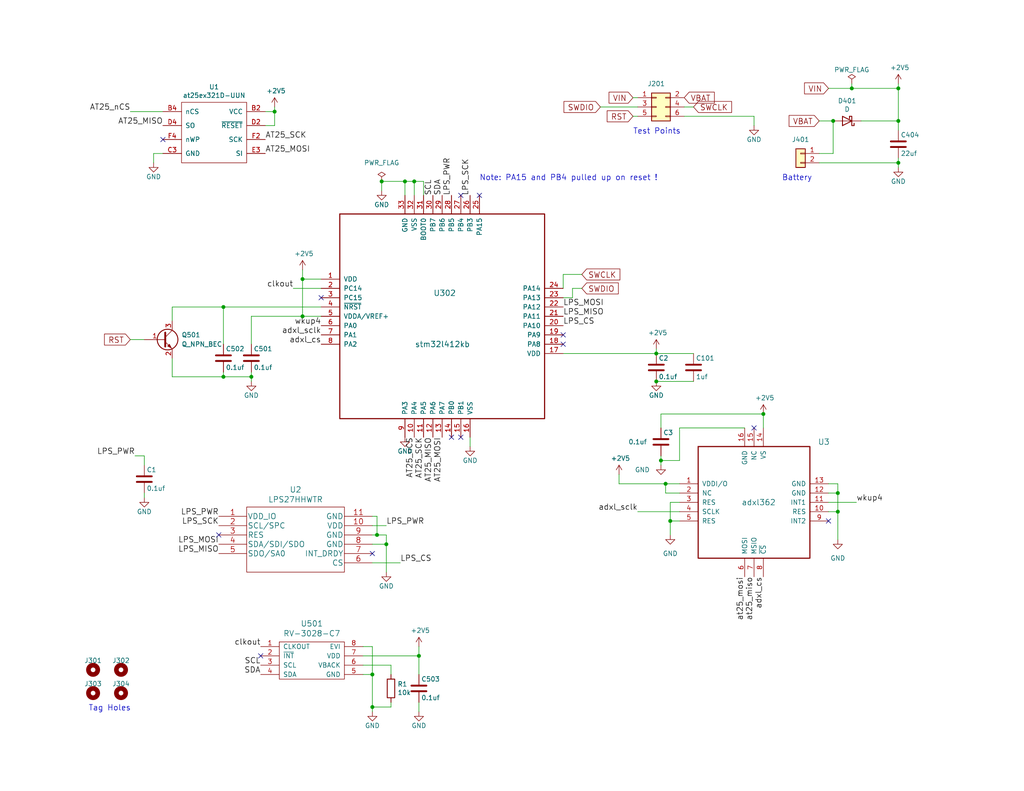
<source format=kicad_sch>
(kicad_sch (version 20211123) (generator eeschema)
  (paper "USLetter")
  (title_block (title "PresOptTag V3 for oaoer") (date "2021-07-31") (company "IUCS") (comment 1 "Geoffrey Brown"))
  (lib_symbols
    (symbol "BitTagNG-rescue:adxl362-gpsparts" (pin_names (offset 1.016))
      (property "Reference" "U" (at 3.81 6.35 0))
      (property "Value" "adxl362-gpsparts" (at 3.81 3.81 0))
      (symbol "adxl362-gpsparts_1_1"
        (rectangle (start 5.08 10.16) (end 35.56 -20.32) (stroke (width 0.3048)))
        (pin power_in line (at 0 0 0) (length 5.08) (name "VDDI/O") (number "1"))
        (pin passive line (at 40.64 -7.62 180) (length 5.08) (name "RES") (number "10"))
        (pin output line (at 40.64 -5.08 180) (length 5.08) (name "INT1") (number "11"))
        (pin power_in line (at 40.64 -2.54 180) (length 5.08) (name "GND") (number "12"))
        (pin power_in line (at 40.64 0 180) (length 5.08) (name "GND") (number "13"))
        (pin power_in line (at 22.86 15.24 270) (length 5.08) (name "VS") (number "14"))
        (pin passive line (at 20.32 15.24 270) (length 5.08) (name "NC") (number "15"))
        (pin power_in line (at 17.78 15.24 270) (length 5.08) (name "GND") (number "16"))
        (pin output line (at 0 -2.54 0) (length 5.08) (name "NC") (number "2"))
        (pin passive line (at 0 -5.08 0) (length 5.08) (name "RES") (number "3"))
        (pin input line (at 0 -7.62 0) (length 5.08) (name "SCLK") (number "4"))
        (pin passive line (at 0 -10.16 0) (length 5.08) (name "RES") (number "5"))
        (pin input line (at 17.78 -25.4 90) (length 5.08) (name "MOSI") (number "6"))
        (pin output line (at 20.32 -25.4 90) (length 5.08) (name "MSIO") (number "7"))
        (pin input line (at 22.86 -25.4 90) (length 5.08) (name "~{CS}") (number "8"))
        (pin bidirectional line (at 40.64 -10.16 180) (length 5.08) (name "INT2") (number "9"))
      )
    )
    (symbol "Connector_Generic:Conn_01x02" (pin_names (offset 1.016) hide)
      (property "Reference" "J" (at 0 2.54 0))
      (property "Value" "Conn_01x02" (at 0 -5.08 0))
      (symbol "Conn_01x02_1_1"
        (rectangle (start -1.27 -2.413) (end 0 -2.667) (stroke (width 0.1524)))
        (rectangle (start -1.27 0.127) (end 0 -0.127) (stroke (width 0.1524)))
        (rectangle (start -1.27 1.27) (end 1.27 -3.81) (stroke (width 0.254)) (fill (type background)))
        (pin passive line (at -5.08 0 0) (length 3.81) (name "Pin_1") (number "1"))
        (pin passive line (at -5.08 -2.54 0) (length 3.81) (name "Pin_2") (number "2"))
      )
    )
    (symbol "Connector_Generic:Conn_02x03_Odd_Even" (pin_names (offset 1.016) hide)
      (property "Reference" "J" (at 1.27 5.08 0))
      (property "Value" "Conn_02x03_Odd_Even" (at 1.27 -5.08 0))
      (symbol "Conn_02x03_Odd_Even_1_1"
        (rectangle (start -1.27 -2.413) (end 0 -2.667) (stroke (width 0.1524)))
        (rectangle (start -1.27 0.127) (end 0 -0.127) (stroke (width 0.1524)))
        (rectangle (start -1.27 2.667) (end 0 2.413) (stroke (width 0.1524)))
        (rectangle (start -1.27 3.81) (end 3.81 -3.81) (stroke (width 0.254)) (fill (type background)))
        (rectangle (start 3.81 -2.413) (end 2.54 -2.667) (stroke (width 0.1524)))
        (rectangle (start 3.81 0.127) (end 2.54 -0.127) (stroke (width 0.1524)))
        (rectangle (start 3.81 2.667) (end 2.54 2.413) (stroke (width 0.1524)))
        (pin passive line (at -5.08 2.54 0) (length 3.81) (name "Pin_1") (number "1"))
        (pin passive line (at 7.62 2.54 180) (length 3.81) (name "Pin_2") (number "2"))
        (pin passive line (at -5.08 0 0) (length 3.81) (name "Pin_3") (number "3"))
        (pin passive line (at 7.62 0 180) (length 3.81) (name "Pin_4") (number "4"))
        (pin passive line (at -5.08 -2.54 0) (length 3.81) (name "Pin_5") (number "5"))
        (pin passive line (at 7.62 -2.54 180) (length 3.81) (name "Pin_6") (number "6"))
      )
    )
    (symbol "Device:C" (pin_numbers hide) (pin_names (offset 0.254))
      (property "Reference" "C" (at 0.635 2.54 0))
      (property "Value" "C" (at 0.635 -2.54 0))
      (symbol "C_0_1"
        (polyline (pts (xy -2.032 -0.762) (xy 2.032 -0.762)) (stroke (width 0.508)))
        (polyline (pts (xy -2.032 0.762) (xy 2.032 0.762)) (stroke (width 0.508)))
      )
      (symbol "C_1_1"
        (pin passive line (at 0 3.81 270) (length 2.794) (name "~") (number "1"))
        (pin passive line (at 0 -3.81 90) (length 2.794) (name "~") (number "2"))
      )
    )
    (symbol "Device:D_Schottky" (pin_numbers hide) (pin_names (offset 1.016) hide)
      (property "Reference" "D" (at 0 2.54 0))
      (property "Value" "D_Schottky" (at 0 -2.54 0))
      (symbol "D_Schottky_0_1"
        (polyline (pts (xy 1.27 0) (xy -1.27 0)))
        (polyline (pts (xy 1.27 1.27) (xy 1.27 -1.27) (xy -1.27 0) (xy 1.27 1.27)) (stroke (width 0.254)))
        (polyline (pts (xy -1.905 0.635) (xy -1.905 1.27) (xy -1.27 1.27) (xy -1.27 -1.27) (xy -0.635 -1.27) (xy -0.635 -0.635)) (stroke (width 0.254)))
      )
      (symbol "D_Schottky_1_1"
        (pin passive line (at -3.81 0 0) (length 2.54) (name "K") (number "1"))
        (pin passive line (at 3.81 0 180) (length 2.54) (name "A") (number "2"))
      )
    )
    (symbol "Device:Q_NPN_BEC" (pin_names (offset 0) hide)
      (property "Reference" "Q" (at 5.08 1.27 0))
      (property "Value" "Q_NPN_BEC" (at 5.08 -1.27 0))
      (symbol "Q_NPN_BEC_0_1"
        (polyline (pts (xy 0.635 0.635) (xy 2.54 2.54)))
        (polyline (pts (xy 0.635 -0.635) (xy 2.54 -2.54) (xy 2.54 -2.54)))
        (polyline (pts (xy 0.635 1.905) (xy 0.635 -1.905) (xy 0.635 -1.905)) (stroke (width 0.508)))
        (polyline (pts (xy 1.27 -1.778) (xy 1.778 -1.27) (xy 2.286 -2.286) (xy 1.27 -1.778) (xy 1.27 -1.778)) (fill (type outline)))
        (circle (center 1.27 0) (radius 2.8194) (stroke (width 0.254)))
      )
      (symbol "Q_NPN_BEC_1_1"
        (pin input line (at -5.08 0 0) (length 5.715) (name "B") (number "1"))
        (pin passive line (at 2.54 -5.08 90) (length 2.54) (name "E") (number "2"))
        (pin passive line (at 2.54 5.08 270) (length 2.54) (name "C") (number "3"))
      )
    )
    (symbol "Device:R" (pin_numbers hide) (pin_names (offset 0))
      (property "Reference" "R" (at 2.032 0 90))
      (property "Value" "R" (at 0 0 90))
      (symbol "R_0_1"
        (rectangle (start -1.016 -2.54) (end 1.016 2.54) (stroke (width 0.254)))
      )
      (symbol "R_1_1"
        (pin passive line (at 0 3.81 270) (length 1.27) (name "~") (number "1"))
        (pin passive line (at 0 -3.81 90) (length 1.27) (name "~") (number "2"))
      )
    )
    (symbol "Mechanical:MountingHole" (pin_names (offset 1.016))
      (property "Reference" "H" (at 0 5.08 0))
      (property "Value" "MountingHole" (at 0 3.175 0))
      (symbol "MountingHole_0_1"
        (circle (center 0 0) (radius 1.27) (stroke (width 1.27)))
      )
    )
    (symbol "PresTag-v3-rescue:RV-3028-C7-gpsparts" (pin_names (offset 1.016))
      (property "Reference" "U" (at 0 7.62 0))
      (property "Value" "RV-3028-C7-gpsparts" (at 1.27 -7.62 0))
      (symbol "RV-3028-C7-gpsparts_0_1"
        (rectangle (start -8.89 5.08) (end 8.89 -5.08))
      )
      (symbol "RV-3028-C7-gpsparts_1_1"
        (pin input line (at -13.97 3.81 0) (length 5.08) (name "CLKOUT") (number "1"))
        (pin input line (at -13.97 1.27 0) (length 5.08) (name "~{INT}") (number "2"))
        (pin input line (at -13.97 -1.27 0) (length 5.08) (name "SCL") (number "3"))
        (pin input line (at -13.97 -3.81 0) (length 5.08) (name "SDA") (number "4"))
        (pin input line (at 13.97 -3.81 180) (length 5.08) (name "GND") (number "5"))
        (pin input line (at 13.97 -1.27 180) (length 5.08) (name "VBACK") (number "6"))
        (pin input line (at 13.97 1.27 180) (length 5.08) (name "VDD") (number "7"))
        (pin input line (at 13.97 3.81 180) (length 5.08) (name "EVI") (number "8"))
      )
    )
    (symbol "PresTag-v3-rescue:stm32l432-gpsparts" (pin_names (offset 1.016))
      (property "Reference" "U" (at 36.83 -3.81 0))
      (property "Value" "stm32l432-gpsparts" (at 59.69 -24.13 0))
      (symbol "stm32l432-gpsparts_1_1"
        (rectangle (start 5.08 17.78) (end 60.96 -38.1) (stroke (width 0.3048)))
        (pin power_in line (at 0 0 0) (length 5.08) (name "VDD") (number "1"))
        (pin bidirectional line (at 25.4 -43.18 90) (length 5.08) (name "PA4") (number "10"))
        (pin bidirectional line (at 27.94 -43.18 90) (length 5.08) (name "PA5") (number "11"))
        (pin bidirectional line (at 30.48 -43.18 90) (length 5.08) (name "PA6") (number "12"))
        (pin bidirectional line (at 33.02 -43.18 90) (length 5.08) (name "PA7") (number "13"))
        (pin bidirectional line (at 35.56 -43.18 90) (length 5.08) (name "PB0") (number "14"))
        (pin bidirectional line (at 38.1 -43.18 90) (length 5.08) (name "PB1") (number "15"))
        (pin power_in line (at 40.64 -43.18 90) (length 5.08) (name "VSS") (number "16"))
        (pin power_in line (at 66.04 -20.32 180) (length 5.08) (name "VDD") (number "17"))
        (pin bidirectional line (at 66.04 -17.78 180) (length 5.08) (name "PA8") (number "18"))
        (pin bidirectional line (at 66.04 -15.24 180) (length 5.08) (name "PA9") (number "19"))
        (pin bidirectional line (at 0 -2.54 0) (length 5.08) (name "PC14") (number "2"))
        (pin bidirectional line (at 66.04 -12.7 180) (length 5.08) (name "PA10") (number "20"))
        (pin bidirectional line (at 66.04 -10.16 180) (length 5.08) (name "PA11") (number "21"))
        (pin bidirectional line (at 66.04 -7.62 180) (length 5.08) (name "PA12") (number "22"))
        (pin bidirectional line (at 66.04 -5.08 180) (length 5.08) (name "PA13") (number "23"))
        (pin bidirectional line (at 66.04 -2.54 180) (length 5.08) (name "PA14") (number "24"))
        (pin bidirectional line (at 43.18 22.86 270) (length 5.08) (name "PA15") (number "25"))
        (pin bidirectional line (at 40.64 22.86 270) (length 5.08) (name "PB3") (number "26"))
        (pin bidirectional line (at 38.1 22.86 270) (length 5.08) (name "PB4") (number "27"))
        (pin bidirectional line (at 35.56 22.86 270) (length 5.08) (name "PB5") (number "28"))
        (pin bidirectional line (at 33.02 22.86 270) (length 5.08) (name "PB6") (number "29"))
        (pin bidirectional line (at 0 -5.08 0) (length 5.08) (name "PC15") (number "3"))
        (pin bidirectional line (at 30.48 22.86 270) (length 5.08) (name "PB7") (number "30"))
        (pin input line (at 27.94 22.86 270) (length 5.08) (name "BOOT0") (number "31"))
        (pin power_in line (at 25.4 22.86 270) (length 5.08) (name "VSS") (number "32"))
        (pin power_in line (at 22.86 22.86 270) (length 5.08) (name "GND") (number "33"))
        (pin bidirectional line (at 0 -7.62 0) (length 5.08) (name "~{NRST}") (number "4"))
        (pin power_in line (at 0 -10.16 0) (length 5.08) (name "VDDA/VREF+") (number "5"))
        (pin bidirectional line (at 0 -12.7 0) (length 5.08) (name "PA0") (number "6"))
        (pin bidirectional line (at 0 -15.24 0) (length 5.08) (name "PA1") (number "7"))
        (pin bidirectional line (at 0 -17.78 0) (length 5.08) (name "PA2") (number "8"))
        (pin bidirectional line (at 22.86 -43.18 90) (length 5.08) (name "PA3") (number "9"))
      )
    )
    (symbol "at25xe:at25ex321D-UUN" (pin_names (offset 1.016))
      (property "Reference" "U" (at 0 7.62 0))
      (property "Value" "at25ex321D-UUN" (at -1.27 -12.7 0))
      (symbol "at25ex321D-UUN_0_1"
        (rectangle (start -8.89 -10.16) (end 8.89 6.35))
      )
      (symbol "at25ex321D-UUN_1_1"
        (pin no_connect line (at -12.7 -12.7 0) (length 5.08) hide (name "NC") (number "A1"))
        (pin no_connect line (at 12.7 -12.7 180) (length 5.08) hide (name "NC") (number "A5"))
        (pin power_in line (at 13.97 3.81 180) (length 5.08) (name "VCC") (number "B2"))
        (pin input line (at -13.97 3.81 0) (length 5.08) (name "nCS") (number "B4"))
        (pin power_in line (at -13.97 -7.62 0) (length 5.08) (name "GND") (number "C3"))
        (pin input line (at 13.97 0 180) (length 5.08) (name "~{RESET}") (number "D2"))
        (pin output line (at -13.97 0 0) (length 5.08) (name "SO") (number "D4"))
        (pin input line (at 13.97 -7.62 180) (length 5.08) (name "SI") (number "E3"))
        (pin input line (at 13.97 -3.81 180) (length 5.08) (name "SCK") (number "F2"))
        (pin input line (at -13.97 -3.81 0) (length 5.08) (name "nWP") (number "F4"))
        (pin no_connect line (at -12.7 -15.24 0) (length 5.08) hide (name "NC") (number "G1"))
        (pin no_connect line (at 12.7 -15.24 180) (length 5.08) hide (name "NC") (number "G5"))
      )
    )
    (symbol "lps27:LPS27HHWTR" (pin_names (offset 0.254))
      (property "Reference" "U" (at 17.78 4.445 0))
      (property "Value" "LPS27HHWTR" (at 20.955 -13.97 0))
      (symbol "LPS27HHWTR_1_1"
        (rectangle (start 7.62 -15.24) (end 34.29 2.54))
        (pin power_in line (at 0 0 0) (length 7.62) (name "VDD_IO") (number "1"))
        (pin power_in line (at 41.91 -2.54 180) (length 7.62) (name "VDD") (number "10"))
        (pin power_in line (at 41.91 0 180) (length 7.62) (name "GND") (number "11"))
        (pin input line (at 0 -2.54 0) (length 7.62) (name "SCL/SPC") (number "2"))
        (pin passive line (at 0 -5.08 0) (length 7.62) (name "RES") (number "3"))
        (pin input line (at 0 -7.62 0) (length 7.62) (name "SDA/SDI/SDO") (number "4"))
        (pin output line (at 0 -10.16 0) (length 7.62) (name "SDO/SA0") (number "5"))
        (pin input line (at 41.91 -12.7 180) (length 7.62) (name "CS") (number "6"))
        (pin output line (at 41.91 -10.16 180) (length 7.62) (name "INT_DRDY") (number "7"))
        (pin power_in line (at 41.91 -7.62 180) (length 7.62) (name "GND") (number "8"))
        (pin power_in line (at 41.91 -5.08 180) (length 7.62) (name "GND") (number "9"))
      )
    )
    (symbol "power:+2V5" (power) (pin_names (offset 0))
      (property "Value" "+2V5" (at 0 3.556 0))
      (symbol "+2V5_0_1"
        (polyline (pts (xy -0.762 1.27) (xy 0 2.54)))
        (polyline (pts (xy 0 0) (xy 0 2.54)))
        (polyline (pts (xy 0 2.54) (xy 0.762 1.27)))
      )
      (symbol "+2V5_1_1"
        (pin power_in line (at 0 0 90) (length 0) hide (name "+2V5") (number "1"))
      )
    )
    (symbol "power:GND" (power) (pin_names (offset 0))
      (property "Value" "GND" (at 0 -3.81 0))
      (symbol "GND_0_1"
        (polyline (pts (xy 0 0) (xy 0 -1.27) (xy 1.27 -1.27) (xy 0 -2.54) (xy -1.27 -1.27) (xy 0 -1.27)))
      )
      (symbol "GND_1_1"
        (pin power_in line (at 0 0 270) (length 0) hide (name "GND") (number "1"))
      )
    )
    (symbol "power:PWR_FLAG" (power) (pin_numbers hide) (pin_names (offset 0) hide)
      (property "Value" "PWR_FLAG" (at 0 3.81 0))
      (symbol "PWR_FLAG_0_0"
        (pin power_out line (at 0 0 90) (length 0) (name "pwr") (number "1"))
      )
      (symbol "PWR_FLAG_0_1"
        (polyline (pts (xy 0 0) (xy 0 1.27) (xy -1.016 1.905) (xy 0 2.54) (xy 1.016 1.905) (xy 0 1.27)))
      )
    )
  )
  (junction (at 102.87 146.05))
  (junction (at 60.96 83.82))
  (junction (at 228.6 134.62))
  (junction (at 101.6 184.15))
  (junction (at 245.11 24.13))
  (junction (at 104.14 49.53))
  (junction (at 105.41 148.59))
  (junction (at 179.07 104.14))
  (junction (at 110.49 49.53))
  (junction (at 82.55 76.2))
  (junction (at 227.33 33.02))
  (junction (at 60.96 102.87))
  (junction (at 181.61 132.08))
  (junction (at 68.58 102.87))
  (junction (at 179.07 96.52))
  (junction (at 182.88 142.24))
  (junction (at 245.11 33.02))
  (junction (at 232.41 24.13))
  (junction (at 113.03 49.53))
  (junction (at 101.6 193.04))
  (junction (at 74.93 30.48))
  (junction (at 82.55 86.36))
  (junction (at 208.28 113.03))
  (junction (at 245.11 44.45))
  (junction (at 180.34 125.73))
  (junction (at 114.3 179.07))
  (junction (at 228.6 139.7))
  (no_connect (at 44.45 38.1))
  (no_connect (at 125.73 119.38))
  (no_connect (at 59.69 146.05))
  (no_connect (at 87.63 81.28))
  (no_connect (at 153.67 91.44))
  (no_connect (at 130.81 53.34))
  (no_connect (at 71.12 179.07))
  (no_connect (at 125.73 53.34))
  (no_connect (at 205.74 116.84))
  (no_connect (at 153.67 93.98))
  (no_connect (at 226.06 142.24))
  (no_connect (at 123.19 119.38))
  (no_connect (at 101.6 151.13))
  (wire (pts (xy 74.93 34.29) (xy 74.93 30.48)))
  (wire (pts (xy 36.83 124.46) (xy 39.37 124.46)))
  (wire (pts (xy 101.6 193.04) (xy 101.6 194.31)))
  (wire (pts (xy 102.87 140.97) (xy 102.87 146.05)))
  (wire (pts (xy 99.06 179.07) (xy 114.3 179.07)))
  (wire (pts (xy 46.99 83.82) (xy 60.96 83.82)))
  (wire (pts (xy 101.6 143.51) (xy 105.41 143.51)))
  (wire (pts (xy 232.41 22.86) (xy 232.41 24.13)))
  (wire (pts (xy 181.61 132.08) (xy 168.91 132.08)))
  (wire (pts (xy 180.34 116.84) (xy 180.34 113.03)))
  (wire (pts (xy 245.11 33.02) (xy 245.11 35.56)))
  (wire (pts (xy 104.14 52.07) (xy 104.14 49.53)))
  (wire (pts (xy 106.68 191.77) (xy 106.68 193.04)))
  (wire (pts (xy 60.96 83.82) (xy 60.96 93.98)))
  (wire (pts (xy 179.07 95.25) (xy 179.07 96.52)))
  (wire (pts (xy 105.41 148.59) (xy 105.41 156.21)))
  (wire (pts (xy 228.6 139.7) (xy 228.6 147.32)))
  (wire (pts (xy 180.34 125.73) (xy 180.34 127)))
  (wire (pts (xy 114.3 179.07) (xy 114.3 184.15)))
  (wire (pts (xy 173.99 139.7) (xy 185.42 139.7)))
  (wire (pts (xy 172.72 31.75) (xy 173.99 31.75)))
  (wire (pts (xy 106.68 181.61) (xy 106.68 184.15)))
  (wire (pts (xy 60.96 102.87) (xy 68.58 102.87)))
  (wire (pts (xy 82.55 86.36) (xy 87.63 86.36)))
  (wire (pts (xy 226.06 134.62) (xy 228.6 134.62)))
  (wire (pts (xy 168.91 129.54) (xy 168.91 132.08)))
  (wire (pts (xy 208.28 113.03) (xy 208.28 116.84)))
  (wire (pts (xy 110.49 49.53) (xy 110.49 53.34)))
  (wire (pts (xy 106.68 193.04) (xy 101.6 193.04)))
  (wire (pts (xy 226.06 137.16) (xy 233.68 137.16)))
  (wire (pts (xy 68.58 101.6) (xy 68.58 102.87)))
  (wire (pts (xy 180.34 113.03) (xy 208.28 113.03)))
  (wire (pts (xy 163.83 29.21) (xy 173.99 29.21)))
  (wire (pts (xy 41.91 41.91) (xy 41.91 44.45)))
  (wire (pts (xy 74.93 30.48) (xy 74.93 29.21)))
  (wire (pts (xy 185.42 116.84) (xy 185.42 125.73)))
  (wire (pts (xy 113.03 49.53) (xy 115.57 49.53)))
  (wire (pts (xy 182.88 142.24) (xy 182.88 146.05)))
  (wire (pts (xy 68.58 102.87) (xy 68.58 104.14)))
  (wire (pts (xy 186.69 31.75) (xy 205.74 31.75)))
  (wire (pts (xy 80.01 78.74) (xy 87.63 78.74)))
  (wire (pts (xy 223.52 33.02) (xy 227.33 33.02)))
  (wire (pts (xy 223.52 44.45) (xy 245.11 44.45)))
  (wire (pts (xy 245.11 43.18) (xy 245.11 44.45)))
  (wire (pts (xy 185.42 132.08) (xy 181.61 132.08)))
  (wire (pts (xy 87.63 83.82) (xy 60.96 83.82)))
  (wire (pts (xy 46.99 87.63) (xy 46.99 83.82)))
  (wire (pts (xy 172.72 26.67) (xy 173.99 26.67)))
  (wire (pts (xy 46.99 97.79) (xy 46.99 102.87)))
  (wire (pts (xy 82.55 86.36) (xy 68.58 86.36)))
  (wire (pts (xy 110.49 49.53) (xy 113.03 49.53)))
  (wire (pts (xy 185.42 125.73) (xy 180.34 125.73)))
  (wire (pts (xy 245.11 24.13) (xy 245.11 33.02)))
  (wire (pts (xy 186.69 29.21) (xy 189.23 29.21)))
  (wire (pts (xy 115.57 49.53) (xy 115.57 53.34)))
  (wire (pts (xy 153.67 96.52) (xy 179.07 96.52)))
  (wire (pts (xy 153.67 78.74) (xy 153.67 74.93)))
  (wire (pts (xy 99.06 181.61) (xy 106.68 181.61)))
  (wire (pts (xy 72.39 34.29) (xy 74.93 34.29)))
  (wire (pts (xy 72.39 30.48) (xy 74.93 30.48)))
  (wire (pts (xy 227.33 41.91) (xy 223.52 41.91)))
  (wire (pts (xy 234.95 33.02) (xy 245.11 33.02)))
  (wire (pts (xy 101.6 148.59) (xy 105.41 148.59)))
  (wire (pts (xy 104.14 49.53) (xy 110.49 49.53)))
  (wire (pts (xy 82.55 73.66) (xy 82.55 76.2)))
  (wire (pts (xy 185.42 137.16) (xy 182.88 137.16)))
  (wire (pts (xy 153.67 74.93) (xy 158.75 74.93)))
  (wire (pts (xy 205.74 31.75) (xy 205.74 34.29)))
  (wire (pts (xy 227.33 33.02) (xy 227.33 41.91)))
  (wire (pts (xy 68.58 93.98) (xy 68.58 86.36)))
  (wire (pts (xy 226.06 139.7) (xy 228.6 139.7)))
  (wire (pts (xy 101.6 176.53) (xy 101.6 184.15)))
  (wire (pts (xy 228.6 134.62) (xy 228.6 139.7)))
  (wire (pts (xy 99.06 176.53) (xy 101.6 176.53)))
  (wire (pts (xy 82.55 76.2) (xy 82.55 86.36)))
  (wire (pts (xy 39.37 124.46) (xy 39.37 127)))
  (wire (pts (xy 35.56 92.71) (xy 39.37 92.71)))
  (wire (pts (xy 179.07 96.52) (xy 189.23 96.52)))
  (wire (pts (xy 156.21 78.74) (xy 158.75 78.74)))
  (wire (pts (xy 181.61 132.08) (xy 181.61 134.62)))
  (wire (pts (xy 46.99 102.87) (xy 60.96 102.87)))
  (wire (pts (xy 114.3 176.53) (xy 114.3 179.07)))
  (wire (pts (xy 60.96 101.6) (xy 60.96 102.87)))
  (wire (pts (xy 101.6 184.15) (xy 101.6 193.04)))
  (wire (pts (xy 203.2 116.84) (xy 185.42 116.84)))
  (wire (pts (xy 99.06 184.15) (xy 101.6 184.15)))
  (wire (pts (xy 245.11 44.45) (xy 245.11 45.72)))
  (wire (pts (xy 82.55 76.2) (xy 87.63 76.2)))
  (wire (pts (xy 245.11 22.86) (xy 245.11 24.13)))
  (wire (pts (xy 114.3 191.77) (xy 114.3 194.31)))
  (wire (pts (xy 102.87 146.05) (xy 105.41 146.05)))
  (wire (pts (xy 228.6 132.08) (xy 228.6 134.62)))
  (wire (pts (xy 182.88 137.16) (xy 182.88 142.24)))
  (wire (pts (xy 226.06 24.13) (xy 232.41 24.13)))
  (wire (pts (xy 101.6 140.97) (xy 102.87 140.97)))
  (wire (pts (xy 44.45 41.91) (xy 41.91 41.91)))
  (wire (pts (xy 101.6 146.05) (xy 102.87 146.05)))
  (wire (pts (xy 101.6 153.67) (xy 109.22 153.67)))
  (wire (pts (xy 128.27 119.38) (xy 128.27 121.92)))
  (wire (pts (xy 185.42 134.62) (xy 181.61 134.62)))
  (wire (pts (xy 226.06 132.08) (xy 228.6 132.08)))
  (wire (pts (xy 35.56 30.48) (xy 44.45 30.48)))
  (wire (pts (xy 113.03 49.53) (xy 113.03 53.34)))
  (wire (pts (xy 180.34 124.46) (xy 180.34 125.73)))
  (wire (pts (xy 153.67 81.28) (xy 156.21 81.28)))
  (wire (pts (xy 156.21 81.28) (xy 156.21 78.74)))
  (wire (pts (xy 39.37 134.62) (xy 39.37 135.89)))
  (wire (pts (xy 105.41 146.05) (xy 105.41 148.59)))
  (wire (pts (xy 189.23 104.14) (xy 179.07 104.14)))
  (wire (pts (xy 185.42 142.24) (xy 182.88 142.24)))
  (wire (pts (xy 232.41 24.13) (xy 245.11 24.13)))
  (text "Battery" (at 213.36 49.53 0) (effects (font (size 1.524 1.524)) (justify left bottom)))
  (text "Note: PA15 and PB4 pulled up on reset !" (at 130.81 49.53 0) (effects (font (size 1.524 1.524)) (justify left bottom)))
  (text "Tag Holes" (at 24.13 194.31 0) (effects (font (size 1.524 1.524)) (justify left bottom)))
  (text "Test Points" (at 172.72 36.83 0) (effects (font (size 1.524 1.524)) (justify left bottom)))
  (label "AT25_nCS" (at 35.56 30.48 180) (effects (font (size 1.524 1.524))))
  (label "LPS_MOSI" (at 59.69 148.59 180) (effects (font (size 1.524 1.524))))
  (label "LPS_MISO" (at 153.67 86.36 0) (effects (font (size 1.524 1.524))))
  (label "AT25_SCK" (at 115.57 119.38 270) (effects (font (size 1.524 1.524))))
  (label "SDA" (at 120.65 53.34 90) (effects (font (size 1.524 1.524))))
  (label "adxl_sclk" (at 173.99 139.7 180) (effects (font (size 1.524 1.524))))
  (label "LPS_MISO" (at 59.69 151.13 180) (effects (font (size 1.524 1.524))))
  (label "SCL" (at 71.12 181.61 180) (effects (font (size 1.524 1.524))))
  (label "adxl_cs" (at 87.63 93.98 180) (effects (font (size 1.524 1.524))))
  (label "AT25_MISO" (at 44.45 34.29 180) (effects (font (size 1.524 1.524))))
  (label "at25_miso" (at 205.74 157.48 270) (effects (font (size 1.524 1.524))))
  (label "AT25_MISO" (at 118.11 119.38 270) (effects (font (size 1.524 1.524))))
  (label "LPS_PWR" (at 123.19 53.34 90) (effects (font (size 1.524 1.524))))
  (label "AT25_MOSI" (at 72.39 41.91 0) (effects (font (size 1.524 1.524))))
  (label "LPS_MOSI" (at 153.67 83.82 0) (effects (font (size 1.524 1.524))))
  (label "clkout" (at 80.01 78.74 180) (effects (font (size 1.524 1.524))))
  (label "SCL" (at 118.11 53.34 90) (effects (font (size 1.524 1.524))))
  (label "LPS_CS" (at 153.67 88.9 0) (effects (font (size 1.524 1.524))))
  (label "LPS_CS" (at 109.22 153.67 0) (effects (font (size 1.524 1.524))))
  (label "AT25_MOSI" (at 120.65 119.38 270) (effects (font (size 1.524 1.524))))
  (label "LPS_PWR" (at 59.69 140.97 180) (effects (font (size 1.524 1.524))))
  (label "LPS_PWR" (at 105.41 143.51 0) (effects (font (size 1.524 1.524))))
  (label "SDA" (at 71.12 184.15 180) (effects (font (size 1.524 1.524))))
  (label "LPS_SCK" (at 128.27 53.34 90) (effects (font (size 1.524 1.524))))
  (label "at25_mosi" (at 203.2 157.48 270) (effects (font (size 1.524 1.524))))
  (label "LPS_PWR" (at 36.83 124.46 180) (effects (font (size 1.524 1.524))))
  (label "AT25_nCS" (at 113.03 119.38 270) (effects (font (size 1.524 1.524))))
  (label "wkup4" (at 233.68 137.16 0) (effects (font (size 1.524 1.524))))
  (label "AT25_SCK" (at 72.39 38.1 0) (effects (font (size 1.524 1.524))))
  (label "adxl_cs" (at 208.28 157.48 270) (effects (font (size 1.524 1.524))))
  (label "wkup4" (at 87.63 88.9 180) (effects (font (size 1.524 1.524))))
  (label "LPS_SCK" (at 59.69 143.51 180) (effects (font (size 1.524 1.524))))
  (label "adxl_sclk" (at 87.63 91.44 180) (effects (font (size 1.524 1.524))))
  (label "clkout" (at 71.12 176.53 180) (effects (font (size 1.524 1.524))))
  (global_label "VBAT" (shape input) (at 223.52 33.02 180) (effects (font (size 1.524 1.524))) (property "Intersheet References" "${INTERSHEET_REFS}" (effects hide)))
  (global_label "RST" (shape input) (at 172.72 31.75 180) (effects (font (size 1.524 1.524))) (property "Intersheet References" "${INTERSHEET_REFS}" (effects hide)))
  (global_label "SWCLK" (shape input) (at 189.23 29.21 0) (effects (font (size 1.524 1.524))) (property "Intersheet References" "${INTERSHEET_REFS}" (effects hide)))
  (global_label "VBAT" (shape input) (at 186.69 26.67 0) (effects (font (size 1.524 1.524))) (property "Intersheet References" "${INTERSHEET_REFS}" (effects hide)))
  (global_label "VIN" (shape input) (at 172.72 26.67 180) (effects (font (size 1.524 1.524))) (property "Intersheet References" "${INTERSHEET_REFS}" (effects hide)))
  (global_label "SWDIO" (shape input) (at 158.75 78.74 0) (effects (font (size 1.524 1.524))) (property "Intersheet References" "${INTERSHEET_REFS}" (effects hide)))
  (global_label "VIN" (shape input) (at 226.06 24.13 180) (effects (font (size 1.524 1.524))) (property "Intersheet References" "${INTERSHEET_REFS}" (effects hide)))
  (global_label "SWDIO" (shape input) (at 163.83 29.21 180) (effects (font (size 1.524 1.524))) (property "Intersheet References" "${INTERSHEET_REFS}" (effects hide)))
  (global_label "RST" (shape input) (at 35.56 92.71 180) (effects (font (size 1.524 1.524))) (property "Intersheet References" "${INTERSHEET_REFS}" (effects hide)))
  (global_label "SWCLK" (shape input) (at 158.75 74.93 0) (effects (font (size 1.524 1.524))) (property "Intersheet References" "${INTERSHEET_REFS}" (effects hide)))
  (symbol (lib_id "PresTag-v3-rescue:stm32l432-gpsparts") (at 87.63 76.2 0) (unit 1)
    (property "Reference" "U302" (at 124.46 80.01 0) (effects (font (size 1.524 1.524)) (justify right)))
    (property "Value" "stm32l412kb" (at 128.27 93.98 0) (effects (font (size 1.524 1.524)) (justify right)))
    (property "Footprint" "Package_DFN_QFN:QFN-32-1EP_5x5mm_P0.5mm_EP3.45x3.45mm" (effects hide))
    (property "MFN" "STMicroelectronics" (effects hide))
    (property "DISTPN" "497-STM32L412K8U6-ND" (effects hide))
    (property "MPN" "STM32L412K8U6" (effects hide))
  )
  (symbol (lib_id "Device:C") (at 60.96 97.79 0) (unit 1)
    (property "Reference" "C502" (at 61.595 95.25 0) (effects (justify left)))
    (property "Value" "0.1uf" (at 61.595 100.33 0) (effects (justify left)))
    (property "Footprint" "Capacitor_SMD:C_0201_0603Metric" (effects hide))
    (property "Macrofab" "MF-CAP-0402-0.1uF" (effects hide))
    (property "MFN" "Murata" (effects hide))
    (property "MPN" "GRM033C81E104KE14D" (effects hide))
    (property "DISTPN" "490-10403-1-ND" (effects hide))
  )
  (symbol (lib_id "Device:C") (at 68.58 97.79 0) (unit 1)
    (property "Reference" "C501" (at 69.215 95.25 0) (effects (justify left)))
    (property "Value" "0.1uf" (at 69.215 100.33 0) (effects (justify left)))
    (property "Footprint" "Capacitor_SMD:C_0201_0603Metric" (effects hide))
    (property "Macrofab" "MF-CAP-0402-0.1uF" (effects hide))
    (property "MFN" "Murata" (effects hide))
    (property "MPN" "GRM033C81E104KE14D" (effects hide))
    (property "DISTPN" "490-10403-1-ND" (effects hide))
  )
  (symbol (lib_id "Device:Q_NPN_BEC") (at 44.45 92.71 0) (unit 1)
    (property "Reference" "Q501" (at 49.53 91.44 0) (effects (justify left)))
    (property "Value" "Q_NPN_BEC" (at 49.53 93.98 0) (effects (justify left)))
    (property "Footprint" "Package_TO_SOT_SMD:SOT-883" (effects hide))
    (property "MFN" "Nexperia" (effects hide))
    (property "MPN" "BC847AMB,315" (effects hide))
    (property "DISTPN" "1727-2632-1-ND" (effects hide))
  )
  (symbol (lib_id "Device:C") (at 114.3 187.96 0) (unit 1)
    (property "Reference" "C503" (at 114.935 185.42 0) (effects (justify left)))
    (property "Value" "0.1uf" (at 114.935 190.5 0) (effects (justify left)))
    (property "Footprint" "Capacitor_SMD:C_0201_0603Metric" (effects hide))
    (property "MFN" "Murata" (effects hide))
    (property "MPN" "GRM033C81E104KE14D" (effects hide))
    (property "DISTPN" "490-10403-1-ND" (effects hide))
    (property "Macrofab" "MF-CAP-0402-0.1uF" (effects hide))
  )
  (symbol (lib_id "Mechanical:MountingHole") (at 25.4 182.88 0) (unit 1)
    (property "Reference" "J301" (at 25.4 180.34 0))
    (property "Value" "Conn_01x01" (effects hide))
    (property "Footprint" "library:taghole1.1mm" (effects hide))
    (property "Populate" "No" (effects hide))
    (property "Config" "DNF" (effects hide))
    (property "DNP" "1" (effects hide))
  )
  (symbol (lib_id "Connector_Generic:Conn_02x03_Odd_Even") (at 179.07 29.21 0) (unit 1)
    (property "Reference" "J201" (at 179.07 22.86 0))
    (property "Value" "CONN_02X04" (effects hide))
    (property "Footprint" "bittag:tagpoints6" (effects hide))
    (property "Populate" "No" (effects hide))
    (property "Config" "DNF" (effects hide))
    (property "DNP" "1" (effects hide))
  )
  (symbol (lib_id "power:GND") (at 41.91 44.45 0) (unit 1)
    (property "Reference" "#PWR0102" (effects hide))
    (property "Value" "GND" (at 41.91 48.26 0))
  )
  (symbol (lib_id "power:GND") (at 68.58 104.14 0) (unit 1)
    (property "Reference" "#PWR0109" (effects hide))
    (property "Value" "GND" (at 68.58 107.95 0))
  )
  (symbol (lib_id "power:GND") (at 128.27 121.92 0) (unit 1)
    (property "Reference" "#PWR0103" (effects hide))
    (property "Value" "GND" (at 128.27 125.73 0))
  )
  (symbol (lib_id "power:+2V5") (at 82.55 73.66 0) (unit 1)
    (property "Reference" "#PWR0105" (effects hide))
    (property "Value" "+2V5" (at 82.931 69.2658 0))
  )
  (symbol (lib_id "power:+2V5") (at 179.07 95.25 0) (unit 1)
    (property "Reference" "#PWR0108" (effects hide))
    (property "Value" "+2V5" (at 179.451 90.8558 0))
  )
  (symbol (lib_id "power:GND") (at 104.14 52.07 0) (unit 1)
    (property "Reference" "#PWR0110" (effects hide))
    (property "Value" "GND" (at 104.14 55.88 0))
  )
  (symbol (lib_id "Mechanical:MountingHole") (at 33.02 182.88 0) (unit 1)
    (property "Reference" "J302" (at 33.02 180.34 0))
    (property "Value" "Conn_01x01" (effects hide))
    (property "Footprint" "library:taghole1.1mm" (effects hide))
    (property "Populate" "No" (effects hide))
    (property "Config" "DNF" (effects hide))
    (property "DNP" "1" (effects hide))
  )
  (symbol (lib_id "Mechanical:MountingHole") (at 25.4 189.23 0) (unit 1)
    (property "Reference" "J303" (at 25.4 186.69 0))
    (property "Value" "Conn_01x01" (effects hide))
    (property "Footprint" "library:taghole1.1mm" (effects hide))
    (property "Populate" "No" (effects hide))
    (property "Config" "DNF" (effects hide))
    (property "DNP" "1" (effects hide))
  )
  (symbol (lib_id "Mechanical:MountingHole") (at 33.02 189.23 0) (unit 1)
    (property "Reference" "J304" (at 33.02 186.69 0))
    (property "Value" "Conn_01x01" (effects hide))
    (property "Footprint" "library:taghole1.1mm" (effects hide))
    (property "Populate" "No" (effects hide))
    (property "Config" "DNF" (effects hide))
    (property "DNP" "1" (effects hide))
  )
  (symbol (lib_id "power:GND") (at 205.74 34.29 0) (unit 1)
    (property "Reference" "#PWR0111" (effects hide))
    (property "Value" "GND" (at 205.74 38.1 0))
  )
  (symbol (lib_id "power:GND") (at 101.6 194.31 0) (unit 1)
    (property "Reference" "#PWR0112" (effects hide))
    (property "Value" "GND" (at 101.6 198.12 0))
  )
  (symbol (lib_id "power:GND") (at 114.3 194.31 0) (unit 1)
    (property "Reference" "#PWR0113" (effects hide))
    (property "Value" "GND" (at 114.3 198.12 0))
  )
  (symbol (lib_id "power:+2V5") (at 114.3 176.53 0) (unit 1)
    (property "Reference" "#PWR0114" (effects hide))
    (property "Value" "+2V5" (at 114.681 172.1358 0))
  )
  (symbol (lib_id "power:+2V5") (at 245.11 22.86 0) (unit 1)
    (property "Reference" "#PWR0115" (effects hide))
    (property "Value" "+2V5" (at 245.491 18.4658 0))
  )
  (symbol (lib_id "power:PWR_FLAG") (at 232.41 22.86 0) (unit 1)
    (property "Reference" "#FLG0102" (effects hide))
    (property "Value" "PWR_FLAG" (at 232.41 19.05 0))
  )
  (symbol (lib_id "power:GND") (at 245.11 45.72 0) (unit 1)
    (property "Reference" "#PWR0116" (effects hide))
    (property "Value" "GND" (at 245.11 49.53 0))
  )
  (symbol (lib_id "Connector_Generic:Conn_01x02") (at 218.44 41.91 0) (mirror y) (unit 1)
    (property "Reference" "J401" (at 218.44 38.1 0))
    (property "Value" "CONN_01X02" (effects hide))
    (property "Footprint" "bittag:MS621" (effects hide))
    (property "Populate" "No" (effects hide))
    (property "Config" "DNF" (effects hide))
    (property "DNP" "1" (effects hide))
  )
  (symbol (lib_id "Device:D_Schottky") (at 231.14 33.02 180) (unit 1)
    (property "Reference" "D401" (at 231.14 27.5336 0))
    (property "Value" "D" (at 231.14 29.845 0))
    (property "Footprint" "Diode_SMD:D_0402_1005Metric" (effects hide))
    (property "MFN" "COMCHIP" (effects hide))
    (property "MPN" "CDBQC0130L-HF" (effects hide))
    (property "DISTPN" "641-1519-1-ND" (effects hide))
  )
  (symbol (lib_id "Device:C") (at 245.11 39.37 0) (unit 1)
    (property "Reference" "C404" (at 245.745 36.83 0) (effects (justify left)))
    (property "Value" "22uf" (at 245.745 41.91 0) (effects (justify left)))
    (property "Footprint" "Capacitor_SMD:C_0402_1005Metric" (effects hide))
    (property "DISTPN" "478-9839-1-ND" (effects hide))
    (property "MFN" "AVX" (effects hide))
    (property "MPN" "04026D226MAT2A" (effects hide))
  )
  (symbol (lib_id "power:+2V5") (at 74.93 29.21 0) (unit 1)
    (property "Reference" "#PWR0107" (effects hide))
    (property "Value" "+2V5" (at 75.311 24.8158 0))
  )
  (symbol (lib_id "PresTag-v3-rescue:RV-3028-C7-gpsparts") (at 85.09 180.34 0) (unit 1)
    (property "Reference" "U501" (at 85.09 170.2562 0) (effects (font (size 1.524 1.524))))
    (property "Value" "RV-3028-C7" (at 85.09 172.9486 0) (effects (font (size 1.524 1.524))))
    (property "Footprint" "library:RV-8803-C7" (effects hide))
    (property "DISTPN" "2195-RV-3028-C732.768KHZ1PPM-TA-QCCT-ND" (effects hide))
    (property "MFN" "Micro Crystal" (effects hide))
    (property "MPN" "RV-3028-C7 32.768KHZ 1PPM-TA-QC" (effects hide))
  )
  (symbol (lib_id "Device:R") (at 106.68 187.96 0) (unit 1)
    (property "Reference" "R1" (at 108.458 186.7916 0) (effects (justify left)))
    (property "Value" "10k" (at 108.458 189.103 0) (effects (justify left)))
    (property "Footprint" "Resistor_SMD:R_0201_0603Metric" (effects hide))
    (property "DISTPN" "311-10.0KMCT-ND" (effects hide))
    (property "MFN" "Yaego" (effects hide))
    (property "MPN" "RC0201FR-0710KL" (effects hide))
    (property "Macrofab" "MF-RES-0402-10K" (effects hide))
  )
  (symbol (lib_id "at25xe:at25ex321D-UUN") (at 58.42 34.29 0) (unit 1)
    (property "Reference" "U1" (at 58.42 23.749 0))
    (property "Value" "at25ex321D-UUN" (at 58.42 26.0604 0))
    (property "Footprint" "library:adesto_wlcsp12" (effects hide))
    (property "DISTPN" "1265-AT25XE321D-UUN-TCT-ND" (effects hide))
    (property "MFN" "adesto" (effects hide))
    (property "MPN" "AT25XE321D-UUN-T" (effects hide))
  )
  (symbol (lib_id "power:GND") (at 105.41 156.21 0) (unit 1)
    (property "Reference" "#PWR0123" (effects hide))
    (property "Value" "GND" (at 105.41 160.02 0))
  )
  (symbol (lib_id "Device:C") (at 39.37 130.81 0) (unit 1)
    (property "Reference" "C1" (at 40.005 128.27 0) (effects (justify left)))
    (property "Value" "0.1uf" (at 40.005 133.35 0) (effects (justify left)))
    (property "Footprint" "Capacitor_SMD:C_0201_0603Metric" (effects hide))
    (property "Macrofab" "MF-CAP-0402-0.1uF" (effects hide))
    (property "MFN" "Murata" (effects hide))
    (property "DISTPN" "490-10403-1-ND" (effects hide))
    (property "MPN" "GRM033C81E104KE14D" (effects hide))
  )
  (symbol (lib_id "power:GND") (at 39.37 135.89 0) (unit 1)
    (property "Reference" "#PWR0125" (effects hide))
    (property "Value" "GND" (at 39.37 139.7 0))
  )
  (symbol (lib_id "power:GND") (at 110.49 119.38 0) (unit 1)
    (property "Reference" "#PWR0117" (effects hide))
    (property "Value" "GND" (at 110.49 123.19 0))
  )
  (symbol (lib_id "lps27:LPS27HHWTR") (at 59.69 140.97 0) (unit 1)
    (property "Reference" "U2" (at 80.645 133.6802 0) (effects (font (size 1.524 1.524))))
    (property "Value" "LPS27HHWTR" (at 80.645 136.3726 0) (effects (font (size 1.524 1.524))))
    (property "Footprint" "library:LPS27HHWTR" (effects hide))
    (property "DISTPN" "497-LPS27HHWCT-ND" (effects hide))
    (property "MFN" "STMicroelectronics" (effects hide))
    (property "MPN" "LPS27HHWTR" (effects hide))
  )
  (symbol (lib_id "Device:C") (at 179.07 100.33 0) (unit 1)
    (property "Reference" "C2" (at 179.705 97.79 0) (effects (justify left)))
    (property "Value" "0.1uf" (at 179.705 102.87 0) (effects (justify left)))
    (property "Footprint" "Capacitor_SMD:C_0201_0603Metric" (effects hide))
    (property "Macrofab" "MF-CAP-0402-0.1uF" (effects hide))
    (property "MFN" "Murata" (effects hide))
    (property "MPN" "GRM033C81E104KE14D" (effects hide))
    (property "DISTPN" "490-10403-1-ND" (effects hide))
  )
  (symbol (lib_id "power:GND") (at 179.07 104.14 0) (unit 1)
    (property "Reference" "#PWR0101" (effects hide))
    (property "Value" "GND" (at 179.07 107.95 0))
  )
  (symbol (lib_id "Device:C") (at 189.23 100.33 0) (unit 1)
    (property "Reference" "C101" (at 189.865 97.79 0) (effects (justify left)))
    (property "Value" "1uf" (at 189.865 102.87 0) (effects (justify left)))
    (property "Footprint" "Capacitor_SMD:C_0201_0603Metric" (effects hide))
    (property "MFN" "Murata" (effects hide))
    (property "MPN" "GRM033R60J105MEA2D" (effects hide))
    (property "DISTPN" "490-7229-1-ND" (effects hide))
  )
  (symbol (lib_id "power:+2V5") (at 168.91 129.54 0) (unit 1)
    (property "Reference" "#PWR0119" (effects hide))
    (property "Value" "+2V5" (at 169.291 125.1458 0))
  )
  (symbol (lib_id "power:PWR_FLAG") (at 104.14 49.53 0) (unit 1)
    (property "Reference" "#FLG0101" (effects hide))
    (property "Value" "PWR_FLAG" (at 104.14 44.45 0))
  )
  (symbol (lib_id "BitTagNG-rescue:adxl362-gpsparts") (at 185.42 132.08 0) (unit 1)
    (property "Reference" "U3" (at 224.79 120.65 0) (effects (font (size 1.524 1.524))))
    (property "Value" "adxl362" (at 207.01 137.16 0) (effects (font (size 1.524 1.524))))
    (property "Footprint" "library:ADXL362" (effects hide))
  )
  (symbol (lib_id "power:GND") (at 228.6 147.32 0) (unit 1)
    (property "Reference" "#PWR0106" (effects hide))
    (property "Value" "GND" (at 228.6 152.4 0))
  )
  (symbol (lib_id "power:GND") (at 182.88 146.05 0) (unit 1)
    (property "Reference" "#PWR0120" (effects hide))
    (property "Value" "GND" (at 182.88 151.13 0))
  )
  (symbol (lib_id "power:GND") (at 180.34 127 0) (unit 1)
    (property "Reference" "#PWR0118" (effects hide))
    (property "Value" "GND" (at 175.26 128.27 0))
  )
  (symbol (lib_id "Device:C") (at 180.34 120.65 0) (unit 1)
    (property "Reference" "C3" (at 180.975 118.11 0) (effects (justify left)))
    (property "Value" "0.1uf" (at 171.45 120.65 0) (effects (justify left)))
    (property "Footprint" "AccelTag:C_0201_0603Metric" (effects hide))
    (property "Macrofab" "MF-CAP-0402-0.1uF" (effects hide))
    (property "MFN" "Murata" (effects hide))
    (property "DISTPN" "490-10403-1-ND" (effects hide))
    (property "MPN" "GRM033C81E104KE14D" (effects hide))
  )
  (symbol (lib_id "power:+2V5") (at 208.28 113.03 0) (unit 1)
    (property "Reference" "#PWR0104" (effects hide))
    (property "Value" "+2V5" (at 208.661 108.6358 0))
  )
)
</source>
